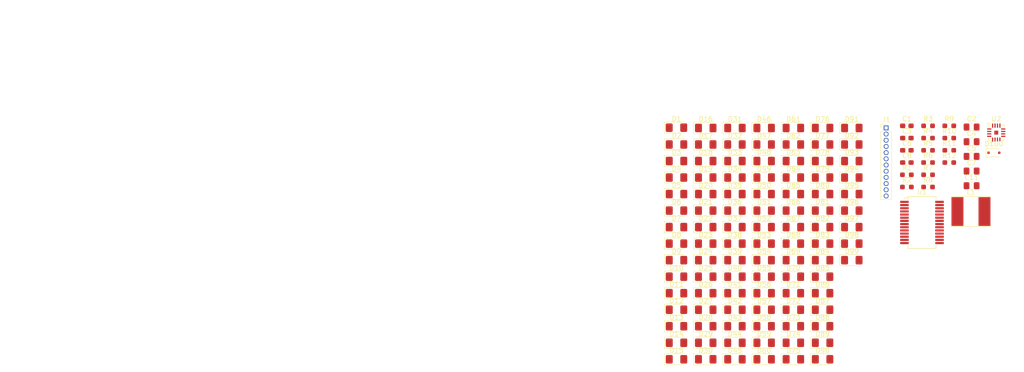
<source format=kicad_pcb>
(kicad_pcb (version 20240108) (generator "pcbnew") (generator_version "8.0")
  (layers (0 "F.Cu" signal) (31 "B.Cu" signal) (34 "B.Paste" user) (35 "F.Paste" user) (36 "B.SilkS" user "B.Silkscreen") (37 "F.SilkS" user "F.Silkscreen") (38 "B.Mask" user) (39 "F.Mask" user) (44 "Edge.Cuts" user))
  (net 0 "")
  (net 1 "GND")
  (net 2 "+BATT")
  (net 3 "Net-(U2-COMP)")
  (net 4 "Net-(U2-VLDO)")
  (net 5 "VLEDWH")
  (net 6 "Net-(U1-C_FILT)")
  (net 7 "+3.3V")
  (net 8 "CA2")
  (net 9 "CA1")
  (net 10 "CA3")
  (net 11 "CA4")
  (net 12 "CA5")
  (net 13 "CA6")
  (net 14 "CA7")
  (net 15 "CA8")
  (net 16 "CA9")
  (net 17 "CB1")
  (net 18 "CB2")
  (net 19 "CB3")
  (net 20 "CB4")
  (net 21 "CB5")
  (net 22 "CB6")
  (net 23 "CB7")
  (net 24 "CB8")
  (net 25 "CB9")
  (net 26 "Net-(D64-K)")
  (net 27 "Net-(D65-K)")
  (net 28 "Net-(D66-K)")
  (net 29 "Net-(D67-K)")
  (net 30 "Net-(D68-K)")
  (net 31 "WHLED1")
  (net 32 "Net-(D70-K)")
  (net 33 "Net-(D71-K)")
  (net 34 "Net-(D72-K)")
  (net 35 "Net-(D73-K)")
  (net 36 "Net-(D74-K)")
  (net 37 "WHLED2")
  (net 38 "Net-(D76-K)")
  (net 39 "Net-(D77-K)")
  (net 40 "Net-(D78-K)")
  (net 41 "Net-(D79-K)")
  (net 42 "Net-(D80-K)")
  (net 43 "WHLED3")
  (net 44 "Net-(D82-K)")
  (net 45 "Net-(D83-K)")
  (net 46 "Net-(D84-K)")
  (net 47 "Net-(D85-K)")
  (net 48 "Net-(D86-K)")
  (net 49 "WHLED4")
  (net 50 "Net-(D88-K)")
  (net 51 "Net-(D89-K)")
  (net 52 "Net-(D90-K)")
  (net 53 "Net-(D91-K)")
  (net 54 "Net-(D92-K)")
  (net 55 "Net-(D93-K)")
  (net 56 "Net-(D94-K)")
  (net 57 "Net-(D95-K)")
  (net 58 "Net-(D96-K)")
  (net 59 "Net-(D97-K)")
  (net 60 "WHLED5")
  (net 61 "WHLED6")
  (net 62 "Net-(D100-A)")
  (net 63 "/~{SDB}")
  (net 64 "/~{INTB}")
  (net 65 "/SDA")
  (net 67 "/SCL")
  (net 69 "/WHITE_PWM")
  (net 70 "Net-(U2-MODE{slash}FAULT)")
  (net 71 "Net-(U2-ISET)")
  (net 72 "Net-(U2-OVP)")
  (net 73 "Net-(U1-AD)")
  (net 74 "Net-(U1-IN)")
  (net 75 "Net-(U1-R_EXT)")
  (footprint "Resistor_SMD:R_0603_1608Metric_Pad0.98x0.95mm_HandSolder" (layer "F.Cu") (at 241.325 89.27)
    (property "Reference" "R8" (at 0 -1.43 0) (layer "F.SilkS"))
    (property "Value" "1M")
    (pad "1" smd roundrect (at -0.9125 0) (size 0.975 0.95) (layers "F.Cu" "F.Paste" "F.Mask") (net 73 "Net-(U1-AD)"))
    (pad "2" smd roundrect (at 0.9125 0) (size 0.975 0.95) (layers "F.Cu" "F.Paste" "F.Mask") (net 7 "+3.3V"))
  )
  (footprint "LED_SMD:LED_1206_3216Metric_Pad1.42x1.75mm_HandSolder" (layer "F.Cu") (at 195.705 107.67)
    (property "Reference" "D25" (at 0 -1.82 0) (layer "F.SilkS"))
    (property "Value" "1206MIL")
    (pad "1" smd roundrect (at -1.4875 0) (size 1.425 1.75) (layers "F.Cu" "F.Paste" "F.Mask") (roundrect_rratio 0.175439) (net 11 "CA4"))
    (pad "2" smd roundrect (at 1.4875 0) (size 1.425 1.75) (layers "F.Cu" "F.Paste" "F.Mask") (roundrect_rratio 0.175439) (net 12 "CA5"))
  )
  (footprint "LED_SMD:LED_1206_3216Metric_Pad1.42x1.75mm_HandSolder" (layer "F.Cu") (at 219.685 100.89)
    (property "Reference" "D83" (at 0 -1.82 0) (layer "F.SilkS"))
    (property "Value" "1206MIL")
    (pad "1" smd roundrect (at -1.4875 0) (size 1.425 1.75) (layers "F.Cu" "F.Paste" "F.Mask") (roundrect_rratio 0.175439) (net 45 "Net-(D83-K)"))
    (pad "2" smd roundrect (at 1.4875 0) (size 1.425 1.75) (layers "F.Cu" "F.Paste" "F.Mask") (roundrect_rratio 0.175439) (net 44 "Net-(D82-K)"))
  )
  (footprint "LED_SMD:LED_1206_3216Metric_Pad1.42x1.75mm_HandSolder" (layer "F.Cu") (at 213.69 111.06)
    (property "Reference" "D71" (at 0 -1.82 0) (layer "F.SilkS"))
    (property "Value" "1206MIL")
    (pad "1" smd roundrect (at -1.4875 0) (size 1.425 1.75) (layers "F.Cu" "F.Paste" "F.Mask") (roundrect_rratio 0.175439) (net 33 "Net-(D71-K)"))
    (pad "2" smd roundrect (at 1.4875 0) (size 1.425 1.75) (layers "F.Cu" "F.Paste" "F.Mask") (roundrect_rratio 0.175439) (net 32 "Net-(D70-K)"))
  )
  (footprint "LED_SMD:LED_1206_3216Metric_Pad1.42x1.75mm_HandSolder" (layer "F.Cu") (at 195.705 77.16)
    (property "Reference" "D16" (at 0 -1.82 0) (layer "F.SilkS"))
    (property "Value" "1206MIL")
    (pad "1" smd roundrect (at -1.4875 0) (size 1.425 1.75) (layers "F.Cu" "F.Paste" "F.Mask") (roundrect_rratio 0.175439) (net 10 "CA3"))
    (pad "2" smd roundrect (at 1.4875 0) (size 1.425 1.75) (layers "F.Cu" "F.Paste" "F.Mask") (roundrect_rratio 0.175439) (net 11 "CA4"))
  )
  (footprint "Resistor_SMD:R_0603_1608Metric_Pad0.98x0.95mm_HandSolder" (layer "F.Cu") (at 241.325 86.76)
    (property "Reference" "R7" (at 0 -1.43 0) (layer "F.SilkS"))
    (property "Value" "4k7")
    (pad "1" smd roundrect (at -0.9125 0) (size 0.975 0.95) (layers "F.Cu" "F.Paste" "F.Mask") (net 65 "/SDA"))
    (pad "2" smd roundrect (at 0.9125 0) (size 0.975 0.95) (layers "F.Cu" "F.Paste" "F.Mask") (net 7 "+3.3V"))
  )
  (footprint "Capacitor_SMD:C_0805_2012Metric_Pad1.18x1.45mm_HandSolder" (layer "F.Cu") (at 250.255 89.01)
    (property "Reference" "C11" (at 0 -1.68 0) (layer "F.SilkS"))
    (property "Value" "1uF")
    (pad "1" smd roundrect (at -1.0375 0) (size 1.175 1.45) (layers "F.Cu" "F.Paste" "F.Mask") (roundrect_rratio 0.212766) (net 7 "+3.3V"))
    (pad "2" smd roundrect (at 1.0375 0) (size 1.175 1.45) (layers "F.Cu" "F.Paste" "F.Mask") (roundrect_rratio 0.212766) (net 1 "GND"))
  )
  (footprint "LED_SMD:LED_1206_3216Metric_Pad1.42x1.75mm_HandSolder" (layer "F.Cu") (at 219.685 114.45)
    (property "Reference" "D87" (at 0 -1.82 0) (layer "F.SilkS"))
    (property "Value" "1206MIL")
    (pad "1" smd roundrect (at -1.4875 0) (size 1.425 1.75) (layers "F.Cu" "F.Paste" "F.Mask") (roundrect_rratio 0.175439) (net 49 "WHLED4"))
    (pad "2" smd roundrect (at 1.4875 0) (size 1.425 1.75) (layers "F.Cu" "F.Paste" "F.Mask") (roundrect_rratio 0.175439) (net 48 "Net-(D86-K)"))
  )
  (footprint "LED_SMD:LED_1206_3216Metric_Pad1.42x1.75mm_HandSolder" (layer "F.Cu") (at 207.695 94.11)
    (property "Reference" "D51" (at 0 -1.82 0) (layer "F.SilkS"))
    (property "Value" "1206MIL")
    (pad "1" smd roundrect (at -1.4875 0) (size 1.425 1.75) (layers "F.Cu" "F.Paste" "F.Mask") (roundrect_rratio 0.175439) (net 19 "CB3"))
    (pad "2" smd roundrect (at 1.4875 0) (size 1.425 1.75) (layers "F.Cu" "F.Paste" "F.Mask") (roundrect_rratio 0.175439) (net 25 "CB9"))
  )
  (footprint "LED_SMD:LED_1206_3216Metric_Pad1.42x1.75mm_HandSolder" (layer "F.Cu") (at 207.695 114.45)
    (property "Reference" "D57" (at 0 -1.82 0) (layer "F.SilkS"))
    (property "Value" "1206MIL")
    (pad "1" smd roundrect (at -1.4875 0) (size 1.425 1.75) (layers "F.Cu" "F.Paste" "F.Mask") (roundrect_rratio 0.175439) (net 21 "CB5"))
    (pad "2" smd roundrect (at 1.4875 0) (size 1.425 1.75) (layers "F.Cu" "F.Paste" "F.Mask") (roundrect_rratio 0.175439) (net 17 "CB1"))
  )
  (footprint "LED_SMD:LED_1206_3216Metric_Pad1.42x1.75mm_HandSolder" (layer "F.Cu") (at 201.7 121.23)
    (property "Reference" "D44" (at 0 -1.82 0) (layer "F.SilkS"))
    (property "Value" "1206MIL")
    (pad "1" smd roundrect (at -1.4875 0) (size 1.425 1.75) (layers "F.Cu" "F.Paste" "F.Mask") (roundrect_rratio 0.175439) (net 19 "CB3"))
    (pad "2" smd roundrect (at 1.4875 0) (size 1.425 1.75) (layers "F.Cu" "F.Paste" "F.Mask") (roundrect_rratio 0.175439) (net 17 "CB1"))
  )
  (footprint "Capacitor_SMD:C_0805_2012Metric_Pad1.18x1.45mm_HandSolder" (layer "F.Cu") (at 250.255 79.98)
    (property "Reference" "C4" (at 0 -1.68 0) (layer "F.SilkS"))
    (property "Value" "1uF")
    (pad "1" smd roundrect (at -1.0375 0) (size 1.175 1.45) (layers "F.Cu" "F.Paste" "F.Mask") (roundrect_rratio 0.212766) (net 4 "Net-(U2-VLDO)"))
    (pad "2" smd roundrect (at 1.0375 0) (size 1.175 1.45) (layers "F.Cu" "F.Paste" "F.Mask") (roundrect_rratio 0.212766) (net 1 "GND"))
  )
  (footprint "LED_SMD:LED_1206_3216Metric_Pad1.42x1.75mm_HandSolder" (layer "F.Cu") (at 195.705 100.89)
    (property "Reference" "D23" (at 0 -1.82 0) (layer "F.SilkS"))
    (property "Value" "1206MIL")
    (pad "1" smd roundrect (at -1.4875 0) (size 1.425 1.75) (layers "F.Cu" "F.Paste" "F.Mask") (roundrect_rratio 0.175439) (net 11 "CA4"))
    (pad "2" smd roundrect (at 1.4875 0) (size 1.425 1.75) (layers "F.Cu" "F.Paste" "F.Mask") (roundrect_rratio 0.175439) (net 8 "CA2"))
  )
  (footprint "LED_SMD:LED_1206_3216Metric_Pad1.42x1.75mm_HandSolder" (layer "F.Cu") (at 195.705 90.72)
    (property "Reference" "D20" (at 0 -1.82 0) (layer "F.SilkS"))
    (property "Value" "1206MIL")
    (pad "1" smd roundrect (at -1.4875 0) (size 1.425 1.75) (layers "F.Cu" "F.Paste" "F.Mask") (roundrect_rratio 0.175439) (net 10 "CA3"))
    (pad "2" smd roundrect (at 1.4875 0) (size 1.425 1.75) (layers "F.Cu" "F.Paste" "F.Mask") (roundrect_rratio 0.175439) (net 15 "CA8"))
  )
  (footprint "LED_SMD:LED_1206_3216Metric_Pad1.42x1.75mm_HandSolder" (layer "F.Cu") (at 225.68 90.72)
    (property "Reference" "D95" (at 0 -1.82 0) (layer "F.SilkS"))
    (property "Value" "1206MIL")
    (pad "1" smd roundrect (at -1.4875 0) (size 1.425 1.75) (layers "F.Cu" "F.Paste" "F.Mask") (roundrect_rratio 0.175439) (net 57 "Net-(D95-K)"))
    (pad "2" smd roundrect (at 1.4875 0) (size 1.425 1.75) (layers "F.Cu" "F.Paste" "F.Mask") (roundrect_rratio 0.175439) (net 55 "Net-(D93-K)"))
  )
  (footprint "LED_SMD:LED_1206_3216Metric_Pad1.42x1.75mm_HandSolder" (layer "F.Cu") (at 189.71 114.45)
    (property "Reference" "D12" (at 0 -1.82 0) (layer "F.SilkS"))
    (property "Value" "1206MIL")
    (pad "1" smd roundrect (at -1.4875 0) (size 1.425 1.75) (layers "F.Cu" "F.Paste" "F.Mask") (roundrect_rratio 0.175439) (net 8 "CA2"))
    (pad "2" smd roundrect (at 1.4875 0) (size 1.425 1.75) (layers "F.Cu" "F.Paste" "F.Mask") (roundrect_rratio 0.175439) (net 12 "CA5"))
  )
  (footprint "LED_SMD:LED_1206_3216Metric_Pad1.42x1.75mm_HandSolder" (layer "F.Cu") (at 213.69 90.72)
    (property "Reference" "D65" (at 0 -1.82 0) (layer "F.SilkS"))
    (property "Value" "1206MIL")
    (pad "1" smd roundrect (at -1.4875 0) (size 1.425 1.75) (layers "F.Cu" "F.Paste" "F.Mask") (roundrect_rratio 0.175439) (net 27 "Net-(D65-K)"))
    (pad "2" smd roundrect (at 1.4875 0) (size 1.425 1.75) (layers "F.Cu" "F.Paste" "F.Mask") (roundrect_rratio 0.175439) (net 26 "Net-(D64-K)"))
  )
  (footprint "LED_SMD:LED_1206_3216Metric_Pad1.42x1.75mm_HandSolder" (layer "F.Cu") (at 213.69 83.94)
    (property "Reference" "D63" (at 0 -1.82 0) (layer "F.SilkS"))
    (property "Value" "1206MIL")
    (pad "1" smd roundrect (at -1.4875 0) (size 1.425 1.75) (layers "F.Cu" "F.Paste" "F.Mask") (roundrect_rratio 0.175439) (net 21 "CB5"))
    (pad "2" smd roundrect (at 1.4875 0) (size 1.425 1.75) (layers "F.Cu" "F.Paste" "F.Mask") (roundrect_rratio 0.175439) (net 24 "CB8"))
  )
  (footprint "LED_SMD:LED_1206_3216Metric_Pad1.42x1.75mm_HandSolder" (layer "F.Cu") (at 189.71 100.89)
    (property "Reference" "D8" (at 0 -1.82 0) (layer "F.SilkS"))
    (property "Value" "1206MIL")
    (pad "1" smd roundrect (at -1.4875 0) (size 1.425 1.75) (layers "F.Cu" "F.Paste" "F.Mask") (roundrect_rratio 0.175439) (net 9 "CA1"))
    (pad "2" smd roundrect (at 1.4875 0) (size 1.425 1.75) (layers "F.Cu" "F.Paste" "F.Mask") (roundrect_rratio 0.175439) (net 16 "CA9"))
  )
  (footprint "LED_SMD:LED_1206_3216Metric_Pad1.42x1.75mm_HandSolder" (layer "F.Cu") (at 225.68 77.16)
    (property "Reference" "D91" (at 0 -1.82 0) (layer "F.SilkS"))
    (property "Value" "1206MIL")
    (pad "1" smd roundrect (at -1.4875 0) (size 1.425 1.75) (layers "F.Cu" "F.Paste" "F.Mask") (roundrect_rratio 0.175439) (net 53 "Net-(D91-K)"))
    (pad "2" smd roundrect (at 1.4875 0) (size 1.425 1.75) (layers "F.Cu" "F.Paste" "F.Mask") (roundrect_rratio 0.175439) (net 51 "Net-(D89-K)"))
  )
  (footprint "LED_SMD:LED_1206_3216Metric_Pad1.42x1.75mm_HandSolder" (layer "F.Cu") (at 219.685 90.72)
    (property "Reference" "D80" (at 0 -1.82 0) (layer "F.SilkS"))
    (property "Value" "1206MIL")
    (pad "1" smd roundrect (at -1.4875 0) (size 1.425 1.75) (layers "F.Cu" "F.Paste" "F.Mask") (roundrect_rratio 0.175439) (net 42 "Net-(D80-K)"))
    (pad "2" smd roundrect (at 1.4875 0) (size 1.425 1.75) (layers "F.Cu" "F.Paste" "F.Mask") (roundrect_rratio 0.175439) (net 41 "Net-(D79-K)"))
  )
  (footprint "LED_SMD:LED_1206_3216Metric_Pad1.42x1.75mm_HandSolder" (layer "F.Cu") (at 189.71 87.33)
    (property "Reference" "D4" (at 0 -1.82 0) (layer "F.SilkS"))
    (property "Value" "1206MIL")
    (pad "1" smd roundrect (at -1.4875 0) (size 1.425 1.75) (layers "F.Cu" "F.Paste" "F.Mask") (roundrect_rratio 0.175439) (net 9 "CA1"))
    (pad "2" smd roundrect (at 1.4875 0) (size 1.425 1.75) (layers "F.Cu" "F.Paste" "F.Mask") (roundrect_rratio 0.175439) (net 12 "CA5"))
  )
  (footprint "LED_SMD:LED_1206_3216Metric_Pad1.42x1.75mm_HandSolder" (layer "F.Cu") (at 225.68 100.89)
    (property "Reference" "D98" (at 0 -1.82 0) (layer "F.SilkS"))
    (property "Value" "1206MIL")
    (pad "1" smd roundrect (at -1.4875 0) (size 1.425 1.75) (layers "F.Cu" "F.Paste" "F.Mask") (roundrect_rratio 0.175439) (net 60 "WHLED5"))
    (pad "2" smd roundrect (at 1.4875 0) (size 1.425 1.75) (layers "F.Cu" "F.Paste" "F.Mask") (roundrect_rratio 0.175439) (net 58 "Net-(D96-K)"))
  )
  (footprint "Resistor_SMD:R_0603_1608Metric_Pad0.98x0.95mm_HandSolder" (layer "F.Cu") (at 245.675 81.74)
    (property "Reference" "R11" (at 0 -1.43 0) (layer "F.SilkS"))
    (property "Value" "1M")
    (pad "1" smd roundrect (at -0.9125 0) (size 0.975 0.95) (layers "F.Cu" "F.Paste" "F.Mask") (net 1 "GND"))
    (pad "2" smd roundrect (at 0.9125 0) (size 0.975 0.95) (layers "F.Cu" "F.Paste" "F.Mask") (net 74 "Net-(U1-IN)"))
  )
  (footprint "LED_SMD:LED_1206_3216Metric_Pad1.42x1.75mm_HandSolder" (layer "F.Cu") (at 195.705 83.94)
    (property "Reference" "D18" (at 0 -1.82 0) (layer "F.SilkS"))
    (property "Value" "1206MIL")
    (pad "1" smd roundrect (at -1.4875 0) (size 1.425 1.75) (layers "F.Cu" "F.Paste" "F.Mask") (roundrect_rratio 0.175439) (net 10 "CA3"))
    (pad "2" smd roundrect (at 1.4875 0) (size 1.425 1.75) (layers "F.Cu" "F.Paste" "F.Mask") (roundrect_rratio 0.175439) (net 13 "CA6"))
  )
  (footprint "Resistor_SMD:R_0603_1608Metric_Pad0.98x0.95mm_HandSolder" (layer "F.Cu") (at 245.675 84.25)
    (property "Reference" "R12" (at 0 -1.43 0) (layer "F.SilkS"))
    (property "Value" "20k")
    (pad "1" smd roundrect (at -0.9125 0) (size 0.975 0.95) (layers "F.Cu" "F.Paste" "F.Mask") (net 1 "GND"))
    (pad "2" smd roundrect (at 0.9125 0) (size 0.975 0.95) (layers "F.Cu" "F.Paste" "F.Mask") (net 75 "Net-(U1-R_EXT)"))
  )
  (footprint "LED_SMD:LED_1206_3216Metric_Pad1.42x1.75mm_HandSolder" (layer "F.Cu") (at 201.7 114.45)
    (property "Reference" "D42" (at 0 -1.82 0) (layer "F.SilkS"))
    (property "Value" "1206MIL")
    (pad "1" smd roundrect (at -1.4875 0) (size 1.425 1.75) (layers "F.Cu" "F.Paste" "F.Mask") (roundrect_rratio 0.175439) (net 18 "CB2"))
    (pad "2" smd roundrect (at 1.4875 0) (size 1.425 1.75) (layers "F.Cu" "F.Paste" "F.Mask") (roundrect_rratio 0.175439) (net 21 "CB5"))
  )
  (footprint "LED_SMD:LED_1206_3216Metric_Pad1.42x1.75mm_HandSolder" (layer "F.Cu") (at 207.695 77.16)
    (property "Reference" "D46" (at 0 -1.82 0) (layer "F.SilkS"))
    (property "Value" "1206MIL")
    (pad "1" smd roundrect (at -1.4875 0) (size 1.425 1.75) (layers "F.Cu" "F.Paste" "F.Mask") (roundrect_rratio 0.175439) (net 19 "CB3"))
    (pad "2" smd roundrect (at 1.4875 0) (size 1.425 1.75) (layers "F.Cu" "F.Paste" "F.Mask") (roundrect_rratio 0.175439) (net 20 "CB4"))
  )
  (footprint "LED_SMD:LED_1206_3216Metric_Pad1.42x1.75mm_HandSolder" (layer "F.Cu") (at 201.7 100.89)
    (property "Reference" "D38" (at 0 -1.82 0) (layer "F.SilkS"))
    (property "Value" "1206MIL")
    (pad "1" smd roundrect (at -1.4875 0) (size 1.425 1.75) (layers "F.Cu" "F.Paste" "F.Mask") (roundrect_rratio 0.175439) (net 17 "CB1"))
    (pad "2" smd roundrect (at 1.4875 0) (size 1.425 1.75) (layers "F.Cu" "F.Paste" "F.Mask") (roundrect_rratio 0.175439) (net 25 "CB9"))
  )
  (footprint "Resistor_SMD:R_0603_1608Metric_Pad0.98x0.95mm_HandSolder" (layer "F.Cu") (at 236.975 86.76)
    (property "Reference" "R1" (at 0 -1.43 0) (layer "F.SilkS"))
    (property "Value" "1M3")
    (pad "1" smd roundrect (at -0.9125 0) (size 0.975 0.95) (layers "F.Cu" "F.Paste" "F.Mask") (net 1 "GND"))
    (pad "2" smd roundrect (at 0.9125 0) (size 0.975 0.95) (layers "F.Cu" "F.Paste" "F.Mask") (net 70 "Net-(U2-MODE{slash}FAULT)"))
  )
  (footprint "LED_SMD:LED_1206_3216Metric_Pad1.42x1.75mm_HandSolder" (layer "F.Cu") (at 213.69 121.23)
    (property "Reference" "D74" (at 0 -1.82 0) (layer "F.SilkS"))
    (property "Value" "1206MIL")
    (pad "1" smd roundrect (at -1.4875 0) (size 1.425 1.75) (layers "F.Cu" "F.Paste" "F.Mask") (roundrect_rratio 0.175439) (net 36 "Net-(D74-K)"))
    (pad "2" smd roundrect (at 1.4875 0) (size 1.425 1.75) (layers "F.Cu" "F.Paste" "F.Mask") (roundrect_rratio 0.175439) (net 35 "Net-(D73-K)"))
  )
  (footprint "Resistor_SMD:R_0603_1608Metric_Pad0.98x0.95mm_HandSolder" (layer "F.Cu") (at 236.975 89.27)
    (property "Reference" "R2" (at 0 -1.43 0) (layer "F.SilkS"))
    (property "Value" "51k")
    (pad "1" smd roundrect (at -0.9125 0) (size 0.975 0.95) (layers "F.Cu" "F.Paste" "F.Mask") (net 1 "GND"))
    (pad "2" smd roundrect (at 0.9125 0) (size 0.975 0.95) (layers "F.Cu" "F.Paste" "F.Mask") (net 71 "Net-(U2-ISET)"))
  )
  (footprint "LED_SMD:LED_1206_3216Metric_Pad1.42x1.75mm_HandSolder" (layer "F.Cu") (at 189.71 117.84)
    (property "Reference" "D13" (at 0 -1.82 0) (layer "F.SilkS"))
    (property "Value" "1206MIL")
    (pad "1" smd roundrect (at -1.4875 0) (size 1.425 1.75) (layers "F.Cu" "F.Paste" "F.Mask") (roundrect_rratio 0.175439) (net 8 "CA2"))
    (pad "2" smd roundrect (at 1.4875 0) (size 1.425 1.75) (layers "F.Cu" "F.Paste" "F.Mask") (roundrect_rratio 0.175439) (net 13 "CA6"))
  )
  (footprint "LED_SMD:LED_1206_3216Metric_Pad1.42x1.75mm_HandSolder" (layer "F.Cu") (at 225.68 87.33)
    (property "Reference" "D94" (at 0 -1.82 0) (layer "F.SilkS"))
    (property "Value" "1206MIL")
    (pad "1" smd roundrect (at -1.4875 0) (size 1.425 1.75) (layers "F.Cu" "F.Paste" "F.Mask") (roundrect_rratio 0.175439) (net 56 "Net-(D94-K)"))
    (pad "2" smd roundrect (at 1.4875 0) (size 1.425 1.75) (layers "F.Cu" "F.Paste" "F.Mask") (roundrect_rratio 0.175439) (net 54 "Net-(D92-K)"))
  )
  (footprint "LED_SMD:LED_1206_3216Metric_Pad1.42x1.75mm_HandSolder" (layer "F.Cu") (at 213.69 117.84)
    (property "Reference" "D73" (at 0 -1.82 0) (layer "F.SilkS"))
    (property "Value" "1206MIL")
    (pad "1" smd roundrect (at -1.4875 0) (size 1.425 1.75) (layers "F.Cu" "F.Paste" "F.Mask") (roundrect_rratio 0.175439) (net 35 "Net-(D73-K)"))
    (pad "2" smd roundrect (at 1.4875 0) (size 1.425 1.75) (layers "F.Cu" "F.Paste" "F.Mask") (roundrect_rratio 0.175439) (net 34 "Net-(D72-K)"))
  )
  (footprint "LED_SMD:LED_1206_3216Metric_Pad1.42x1.75mm_HandSolder" (layer "F.Cu") (at 213.69 124.62)
    (property "Reference" "D75" (at 0 -1.82 0) (layer "F.SilkS"))
    (property "Value" "1206MIL")
    (pad "1" smd roundrect (at -1.4875 0) (size 1.425 1.75) (layers "F.Cu" "F.Paste" "F.Mask") (roundrect_rratio 0.175439) (net 37 "WHLED2"))
    (pad "2" smd roundrect (at 1.4875 0) (size 1.425 1.75) (layers "F.Cu" "F.Paste" "F.Mask") (roundrect_rratio 0.175439) (net 36 "Net-(D74-K)"))
  )
  (footprint "LED_SMD:LED_1206_3216Metric_Pad1.42x1.75mm_HandSolder" (layer "F.Cu") (at 195.705 111.06)
    (property "Reference" "D26" (at 0 -1.82 0) (layer "F.SilkS"))
    (property "Value" "1206MIL")
    (pad "1" smd roundrect (at -1.4875 0) (size 1.425 1.75) (layers "F.Cu" "F.Paste" "F.Mask") (roundrect_rratio 0.175439) (net 11 "CA4"))
    (pad "2" smd roundrect (at 1.4875 0) (size 1.425 1.75) (layers "F.Cu" "F.Paste" "F.Mask") (roundrect_rratio 0.175439) (net 13 "CA6"))
  )
  (footprint "LED_SMD:LED_1206_3216Metric_Pad1.42x1.75mm_HandSolder" (layer "F.Cu") (at 195.705 87.33)
    (property "Reference" "D19" (at 0 -1.82 0) (layer "F.SilkS"))
    (property "Value" "1206MIL")
    (pad "1" smd roundrect (at -1.4875 0) (size 1.425 1.75) (layers "F.Cu" "F.Paste" "F.Mask") (roundrect_rratio 0.175439) (net 10 "CA3"))
    (pad "2" smd roundrect (at 1.4875 0) (size 1.425 1.75) (layers "F.Cu" "F.Paste" "F.Mask") (roundrect_rratio 0.175439) (net 14 "CA7"))
  )
  (footprint "LED_SMD:LED_1206_3216Metric_Pad1.42x1.75mm_HandSolder" (layer "F.Cu") (at 189.71 107.67)
    (property "Reference" "D10" (at 0 -1.82 0) (layer "F.SilkS"))
    (property "Value" "1206MIL")
    (pad "1" smd roundrect (at -1.4875 0) (size 1.425 1.75) (layers "F.Cu" "F.Paste" "F.Mask") (roundrect_rratio 0.175439) (net 8 "CA2"))
    (pad "2" smd roundrect (at 1.4875 0) (size 1.425 1.75) (layers "F.Cu" "F.Paste" "F.Mask") (roundrect_rratio 0.175439) (net 10 "CA3"))
  )
  (footprint "LED_SMD:LED_1206_3216Metric_Pad1.42x1.75mm_HandSolder" (layer "F.Cu") (at 219.685 83.94)
    (property "Reference" "D78" (at 0 -1.82 0) (layer "F.SilkS"))
    (property "Value" "1206MIL")
    (pad "1" smd roundrect (at -1.4875 0) (size 1.425 1.75) (layers "F.Cu" "F.Paste" "F.Mask") (roundrect_rratio 0.175439) (net 40 "Net-(D78-K)"))
    (pad "2" smd roundrect (at 1.4875 0) (size 1.425 1.75) (layers "F.Cu" "F.Paste" "F.Mask") (roundrect_rratio 0.175439) (net 39 "Net-(D77-K)"))
  )
  (footprint "LED_SMD:LED_1206_3216Metric_Pad1.42x1.75mm_HandSolder" (layer "F.Cu") (at 219.685 80.55)
    (property "Reference" "D77" (at 0 -1.82 0) (layer "F.SilkS"))
    (property "Value" "1206MIL")
    (pad "1" smd roundrect (at -1.4875 0) (size 1.425 1.75) (layers "F.Cu" "F.Paste" "F.Mask") (roundrect_rratio 0.175439) (net 39 "Net-(D77-K)"))
    (pad "2" smd roundrect (at 1.4875 0) (size 1.425 1.75) (layers "F.Cu" "F.Paste" "F.Mask") (roundrect_rratio 0.175439) (net 38 "Net-(D76-K)"))
  )
  (footprint "LED_SMD:LED_1206_3216Metric_Pad1.42x1.75mm_HandSolder" (layer "F.Cu") (at 201.7 87.33)
    (property "Reference" "D34" (at 0 -1.82 0) (layer "F.SilkS"))
    (property "Value" "1206MIL")
    (pad "1" smd roundrect (at -1.4875 0) (size 1.425 1.75) (layers "F.Cu" "F.Paste" "F.Mask") (roundrect_rratio 0.175439) (net 17 "CB1"))
    (pad "2" smd roundrect (at 1.4875 0) (size 1.425 1.75) (layers "F.Cu" "F.Paste" "F.Mask") (roundrect_rratio 0.175439) (net 21 "CB5"))
  )
  (footprint "LED_SMD:LED_1206_3216Metric_Pad1.42x1.75mm_HandSolder" (layer "F.Cu") (at 213.69 114.45)
    (property "Reference" "D72" (at 0 -1.82 0) (layer "F.SilkS"))
    (property "Value" "1206MIL")
    (pad "1" smd roundrect (at -1.4875 0) (size 1.425 1.75) (layers "F.Cu" "F.Paste" "F.Mask") (roundrect_rratio 0.175439) (net 34 "Net-(D72-K)"))
    (pad "2" smd roundrect (at 1.4875 0) (size 1.425 1.75) (layers "F.Cu" "F.Paste" "F.Mask") (roundrect_rratio 0.175439) (net 33 "Net-(D71-K)"))
  )
  (footprint "LED_SMD:LED_1206_3216Metric_Pad1.42x1.75mm_HandSolder" (layer "F.Cu") (at 195.705 117.84)
    (property "Reference" "D28" (at 0 -1.82 0) (layer "F.SilkS"))
    (property "Value" "1206MIL")
    (pad "1" smd roundrect (at -1.4875 0) (size 1.425 1.75) (layers "F.Cu" "F.Paste" "F.Mask") (roundrect_rratio 0.175439) (net 12 "CA5"))
    (pad "2" smd roundrect (at 1.4875 0) (size 1.425 1.75) (layers "F.Cu" "F.Paste" "F.Mask") (roundrect_rratio 0.175439) (net 8 "CA2"))
  )
  (footprint "LED_SMD:LED_1206_3216Metric_Pad1.42x1.75mm_HandSolder" (layer "F.Cu") (at 207.695 111.06)
    (property "Reference" "D56" (at 0 -1.82 0) (layer "F.SilkS"))
    (property "Value" "1206MIL")
    (pad "1" smd roundrect (at -1.4875 0) (size 1.425 1.75) (layers "F.Cu" "F.Paste" "F.Mask") (roundrect_rratio 0.175439) (net 20 "CB4"))
    (pad "2" smd roundrect (at 1.4875 0) (size 1.425 1.75) (layers "F.Cu" "F.Paste" "F.Mask") (roundrect_rratio 0.175439) (net 22 "CB6"))
  )
  (footprint "LED_SMD:LED_1206_3216Metric_Pad1.42x1.75mm_HandSolder" (layer "F.Cu") (at 207.695 83.94)
    (property "Reference" "D48" (at 0 -1.82 0) (layer "F.SilkS"))
    (property "Value" "1206MIL")
    (pad "1" smd roundrect (at -1.4875 0) (size 1.425 1.75) (layers "F.Cu" "F.Paste" "F.Mask") (roundrect_rratio 0.175439) (net 19 "CB3"))
    (pad "2" smd roundrect (at 1.4875 0) (size 1.425 1.75) (layers "F.Cu" "F.Paste" "F.Mask") (roundrect_rratio 0.175439) (net 22 "CB6"))
  )
  (footprint "Capacitor_SMD:C_0805_2012Metric_Pad1.18x1.45mm_HandSolder" (layer "F.Cu") (at 250.255 82.99)
    (property "Reference" "C5" (at 0 -1.68 0) (layer "F.SilkS"))
    (property "Value" "10uF")
    (pad "1" smd roundrect (at -1.0375 0) (size 1.175 1.45) (layers "F.Cu" "F.Paste" "F.Mask") (roundrect_rratio 0.212766) (net 5 "VLEDWH"))
    (pad "2" smd roundrect (at 1.0375 0) (size 1.175 1.45) (layers "F.Cu" "F.Paste" "F.Mask") (roundrect_rratio 0.212766) (net 1 "GND"))
  )
  (footprint "LED_SMD:LED_1206_3216Metric_Pad1.42x1.75mm_HandSolder" (layer "F.Cu") (at 201.7 97.5)
    (property "Reference" "D37" (at 0 -1.82 0) (layer "F.SilkS"))
    (property "Value" "1206MIL")
    (pad "1" smd roundrect (at -1.4875 0) (size 1.425 1.75) (layers "F.Cu" "F.Paste" "F.Mask") (roundrect_rratio 0.175439) (net 17 "CB1"))
    (pad "2" smd roundrect (at 1.4875 0) (size 1.425 1.75) (layers "F.Cu" "F.Paste" "F.Mask") (roundrect_rratio 0.175439) (net 24 "CB8"))
  )
  (footprint "LED_SMD:LED_1206_3216Metric_Pad1.42x1.75mm_HandSolder" (layer "F.Cu") (at 213.69 77.16)
    (property "Reference" "D61" (at 0 -1.82 0) (layer "F.SilkS"))
    (property "Value" "1206MIL")
    (pad "1" smd roundrect (at -1.4875 0) (size 1.425 1.75) (layers "F.Cu" "F.Paste" "F.Mask") (roundrect_rratio 0.175439) (net 21 "CB5"))
    (pad "2" smd roundrect (at 1.4875 0) (size 1.425 1.75) (layers "F.Cu" "F.Paste" "F.Mask") (roundrect_rratio 0.175439) (net 22 "CB6"))
  )
  (footprint "LED_SMD:LED_1206_3216Metric_Pad1.42x1.75mm_HandSolder" (layer "F.Cu") (at 219.685 124.62)
    (property "Reference" "D90" (at 0 -1.82 0) (layer "F.SilkS"))
    (property "Value" "1206MIL")
    (pad "1" smd roundrect (at -1.4875 0) (size 1.425 1.75) (layers "F.Cu" "F.Paste" "F.Mask") (roundrect_rratio 0.175439) (net 52 "Net-(D90-K)"))
    (pad "2" smd roundrect (at 1.4875 0) (size 1.425 1.75) (layers "F.Cu" "F.Paste" "F.Mask") (roundrect_rratio 0.175439) (net 50 "Net-(D88-K)"))
  )
  (footprint "LED_SMD:LED_1206_3216Metric_Pad1.42x1.75mm_HandSolder" (layer "F.Cu") (at 225.68 80.55)
    (property "Reference" "D92" (at 0 -1.82 0) (layer "F.SilkS"))
    (property "Value" "1206MIL")
    (pad "1" smd roundrect (at -1.4875 0) (size 1.425 1.75) (layers "F.Cu" "F.Paste" "F.Mask") (roundrect_rratio 0.175439) (net 54 "Net-(D92-K)"))
    (pad "2" smd roundrect (at 1.4875 0) (size 1.425 1.75) (layers "F.Cu" "F.Paste" "F.Mask") (roundrect_rratio 0.175439) (net 52 "Net-(D90-K)"))
  )
  (footprint "Connector_PinHeader_1.27mm:PinHeader_1x12_P1.27mm_Vertical" (layer "F.Cu") (at 232.725 77.14)
    (property "Reference" "J1" (at 0 -1.695 0) (layer "F.SilkS"))
    (property "Value" "Conn_01x12_Pin")
    (pad "1" thru_hole rect (at 0 0) (size 1 1) (drill 0.65) (layers "*.Cu" "*.Mask") (net 2 "+BATT"))
    (pad "2" thru_hole oval (at 0 1.27) (size 1 1) (drill 0.65) (layers "*.Cu" "*.Mask") (net 1 "GND"))
    (pad "3" thru_hole oval (at 0 2.54) (size 1 1) (drill 0.65) (layers "*.Cu" "*.Mask") (net 7 "+3.3V"))
    (pad "4" thru_hole oval (at 0 3.81) (size 1 1) (drill 0.65) (layers "*.Cu" "*.Mask") (net 1 "GND"))
    (pad "5" thru_hole oval (at 0 5.08) (size 1 1) (drill 0.65) (layers "*.Cu" "*.Mask") (net 65 "/SDA"))
    (pad "6" thru_hole oval (at 0 6.35) (size 1 1) (drill 0.65) (layers "*.Cu" "*.Mask") (net 67 "/SCL"))
    (pad "7" thru_hole oval (at 0 7.62) (size 1 1) (drill 0.65) (layers "*.Cu" "*.Mask") (net 63 "/~{SDB}"))
    (pad "8" thru_hole oval (at 0 8.89) (size 1 1) (drill 0.65) (layers "*.Cu" "*.Mask") (net 64 "/~{INTB}"))
    (pad "9" thru_hole oval (at 0 10.16) (size 1 1) (drill 0.65) (layers "*.Cu" "*.Mask") (net 69 "/WHITE_PWM"))
    (pad "10" thru_hole oval (at 0 11.43) (size 1 1) (drill 0.65) (layers "*.Cu" "*.Mask"))
    (pad "11" thru_hole oval (at 0 12.7) (size 1 1) (drill 0.65) (layers "*.Cu" "*.Mask"))
    (pad "12" thru_hole oval (at 0 13.97) (size 1 1) (drill 0.65) (layers "*.Cu" "*.Mask") (net 1 "GND"))
  )
  (footprint "LED_SMD:LED_1206_3216Metric_Pad1.42x1.75mm_HandSolder" (layer "F.Cu") (at 207.695 90.72)
    (property "Reference" "D50" (at 0 -1.82 0) (layer "F.SilkS"))
    (property "Value" "1206MIL")
    (pad "1" smd roundrect (at -1.4875 0) (size 1.425 1.75) (layers "F.Cu" "F.Paste" "F.Mask") (roundrect_rratio 0.175439) (net 19 "CB3"))
    (pad "2" smd roundrect (at 1.4875 0) (size 1.425 1.75) (layers "F.Cu" "F.Paste" "F.Mask") (roundrect_rratio 0.175439) (net 24 "CB8"))
  )
  (footprint "LED_SMD:LED_1206_3216Metric_Pad1.42x1.75mm_HandSolder" (layer "F.Cu") (at 195.705 114.45)
    (property "Reference" "D27" (at 0 -1.82 0) (layer "F.SilkS"))
    (property "Value" "1206MIL")
    (pad "1" smd roundrect (at -1.4875 0) (size 1.425 1.75) (layers "F.Cu" "F.Paste" "F.Mask") (roundrect_rratio 0.175439) (net 12 "CA5"))
    (pad "2" smd roundrect (at 1.4875 0) (size 1.425 1.75) (layers "F.Cu" "F.Paste" "F.Mask") (roundrect_rratio 0.175439) (net 9 "CA1"))
  )
  (footprint "LED_SMD:LED_1206_3216Metric_Pad1.42x1.75mm_HandSolder" (layer "F.Cu") (at 201.7 83.94)
    (property "Reference" "D33" (at 0 -1.82 0) (layer "F.SilkS"))
    (property "Value" "1206MIL")
    (pad "1" smd roundrect (at -1.4875 0) (size 1.425 1.75) (layers "F.Cu" "F.Paste" "F.Mask") (roundrect_rratio 0.175439) (net 17 "CB1"))
    (pad "2" smd roundrect (at 1.4875 0) (size 1.425 1.75) (layers "F.Cu" "F.Paste" "F.Mask") (roundrect_rratio 0.175439) (net 20 "CB4"))
  )
  (footprint "LED_SMD:LED_1206_3216Metric_Pad1.42x1.75mm_HandSolder" (layer "F.Cu") (at 213.69 80.55)
    (property "Reference" "D62" (at 0 -1.82 0) (layer "F.SilkS"))
    (property "Value" "1206MIL")
    (pad "1" smd roundrect (at -1.4875 0) (size 1.425 1.75) (layers "F.Cu" "F.Paste" "F.Mask") (roundrect_rratio 0.175439) (net 21 "CB5"))
    (pad "2" smd roundrect (at 1.4875 0) (size 1.425 1.75) (layers "F.Cu" "F.Paste" "F.Mask") (roundrect_rratio 0.175439) (net 23 "CB7"))
  )
  (footprint "LED_SMD:LED_1206_3216Metric_Pad1.42x1.75mm_HandSolder" (layer "F.Cu") (at 189.71 83.94)
    (property "Reference" "D3" (at 0 -1.82 0) (layer "F.SilkS"))
    (property "Value" "1206MIL")
    (pad "1" smd roundrect (at -1.4875 0) (size 1.425 1.75) (layers "F.Cu" "F.Paste" "F.Mask") (roundrect_rratio 0.175439) (net 9 "CA1"))
    (pad "2" smd roundrect (at 1.4875 0) (size 1.425 1.75) (layers "F.Cu" "F.Paste" "F.Mask") (roundrect_rratio 0.175439) (net 11 "CA4"))
  )
  (footprint "LED_SMD:LED_1206_3216Metric_Pad1.42x1.75mm_HandSolder" (layer "F.Cu") (at 189.71 121.23)
    (property "Reference" "D14" (at 0 -1.82 0) (layer "F.SilkS"))
    (property "Value" "1206MIL")
    (pad "1" smd roundrect (at -1.4875 0) (size 1.425 1.75) (layers "F.Cu" "F.Paste" "F.Mask") (roundrect_rratio 0.175439) (net 10 "CA3"))
    (pad "2" smd roundrect (at 1.4875 0) (size 1.425 1.75) (layers "F.Cu" "F.Paste" "F.Mask") (roundrect_rratio 0.175439) (net 9 "CA1"))
  )
  (footprint "LED_SMD:LED_1206_3216Metric_Pad1.42x1.75mm_HandSolder" (layer "F.Cu") (at 225.68 83.94)
    (property "Reference" "D93" (at 0 -1.82 0) (layer "F.SilkS"))
    (property "Value" "1206MIL")
    (pad "1" smd roundrect (at -1.4875 0) (size 1.425 1.75) (layers "F.Cu" "F.Paste" "F.Mask") (roundrect_rratio 0.175439) (net 55 "Net-(D93-K)"))
    (pad "2" smd roundrect (at 1.4875 0) (size 1.425 1.75) (layers "F.Cu" "F.Paste" "F.Mask") (roundrect_rratio 0.175439) (net 53 "Net-(D91-K)"))
  )
  (footprint "LED_SMD:LED_1206_3216Metric_Pad1.42x1.75mm_HandSolder" (layer "F.Cu") (at 201.7 117.84)
    (property "Reference" "D43" (at 0 -1.82 0) (layer "F.SilkS"))
    (property "Value" "1206MIL")
    (pad "1" smd roundrect (at -1.4875 0) (size 1.425 1.75) (layers "F.Cu" "F.Paste" "F.Mask") (roundrect_rratio 0.175439) (net 18 "CB2"))
    (pad "2" smd roundrect (at 1.4875 0) (size 1.425 1.75) (layers "F.Cu" "F.Paste" "F.Mask") (roundrect_rratio 0.175439) (net 22 "CB6"))
  )
  (footprint "Resistor_SMD:R_0603_1608Metric_Pad0.98x0.95mm_HandSolder" (layer "F.Cu") (at 241.325 76.72)
    (property "Reference" "R3" (at 0 -1.43 0) (layer "F.SilkS"))
    (property "Value" "1M")
    (pad "1" smd roundrect (at -0.9125 0) (size 0.975 0.95) (layers "F.Cu" "F.Paste" "F.Mask") (net 72 "Net-(U2-OVP)"))
    (pad "2" smd roundrect (at 0.9125 0) (size 0.975 0.95) (layers "F.Cu" "F.Paste" "F.Mask") (net 5 "VLEDWH"))
  )
  (footprint "LED_SMD:LED_1206_3216Metric_Pad1.42x1.75mm_HandSolder" (layer "F.Cu") (at 207.695 107.67)
    (property "Reference" "D55" (at 0 -1.82 0) (layer "F.SilkS"))
    (property "Value" "1206MIL")
    (pad "1" smd roundrect (at -1.4875 0) (size 1.425 1.75) (layers "F.Cu" "F.Paste" "F.Mask") (roundrect_rratio 0.175439) (net 20 "CB4"))
    (pad "2" smd roundrect (at 1.4875 0) (size 1.425 1.75) (layers "F.Cu" "F.Paste" "F.Mask") (roundrect_rratio 0.175439) (net 21 "CB5"))
  )
  (footprint "LED_SMD:LED_1206_3216Metric_Pad1.42x1.75mm_HandSolder" (layer "F.Cu") (at 201.7 107.67)
    (property "Reference" "D40" (at 0 -1.82 0) (layer "F.SilkS"))
    (property "Value" "1206MIL")
    (pad "1" smd roundrect (at -1.4875 0) (size 1.425 1.75) (layers "F.Cu" "F.Paste" "F.Mask") (roundrect_rratio 0.175439) (net 18 "CB2"))
    (pad "2" smd roundrect (at 1.4875 0) (size 1.425 1.75) (layers "F.Cu" "F.Paste" "F.Mask") (roundrect_rratio 0.175439) (net 19 "CB3"))
  )
  (footprint "LED_SMD:LED_1206_3216Metric_Pad1.42x1.75mm_HandSolder" (layer "F.Cu") (at 213.69 107.67)
    (property "Reference" "D70" (at 0 -1.82 0) (layer "F.SilkS"))
    (property "Value" "1206MIL")
    (pad "1" smd roundrect (at -1.4875 0) (size 1.425 1.75) (layers "F.Cu" "F.Paste" "F.Mask") (roundrect_rratio 0.175439) (net 32 "Net-(D70-K)"))
    (pad "2" smd roundrect (at 1.4875 0) (size 1.425 1.75) (layers "F.Cu" "F.Paste" "F.Mask") (roundrect_rratio 0.175439) (net 5 "VLEDWH"))
  )
  (footprint "LED_SMD:LED_1206_3216Metric_Pad1.42x1.75mm_HandSolder" (layer "F.Cu") (at 219.685 87.33)
    (property "Reference" "D79" (at 0 -1.82 0) (layer "F.SilkS"))
    (property "Value" "1206MIL")
    (pad "1" smd roundrect (at -1.4875 0) (size 1.425 1.75) (layers "F.Cu" "F.Paste" "F.Mask") (roundrect_rratio 0.175439) (net 41 "Net-(D79-K)"))
    (pad "2" smd roundrect (at 1.4875 0) (size 1.425 1.75) (layers "F.Cu" "F.Paste" "F.Mask") (roundrect_rratio 0.175439) (net 40 "Net-(D78-K)"))
  )
  (footprint "LED_SMD:LED_1206_3216Metric_Pad1.42x1.75mm_HandSolder" (layer "F.Cu") (at 189.71 90.72)
    (property "Reference" "D5" (at 0 -1.82 0) (layer "F.SilkS"))
    (property "Value" "1206MIL")
    (pad "1" smd roundrect (at -1.4875 0) (size 1.425 1.75) (layers "F.Cu" "F.Paste" "F.Mask") (roundrect_rratio 0.175439) (net 9 "CA1"))
    (pad "2" smd roundrect (at 1.4875 0) (size 1.425 1.75) (layers "F.Cu" "F.Paste" "F.Mask") (roundrect_rratio 0.175439) (net 13 "CA6"))
  )
  (footprint "LED_SMD:LED_1206_3216Metric_Pad1.42x1.75mm_HandSolder" (layer "F.Cu") (at 207.695 80.55)
    (property "Reference" "D47" (at 0 -1.82 0) (layer "F.SilkS"))
    (property "Value" "1206MIL")
    (pad "1" smd roundrect (at -1.4875 0) (size 1.425 1.75) (layers "F.Cu" "F.Paste" "F.Mask") (roundrect_rratio 0.175439) (net 19 "CB3"))
    (pad "2" smd roundrect (at 1.4875 0) (size 1.425 1.75) (layers "F.Cu" "F.Paste" "F.Mask") (roundrect_rratio 0.175439) (net 21 "CB5"))
  )
  (footprint "Capacitor_SMD:C_0603_1608Metric_Pad1.08x0.95mm_HandSolder" (layer "F.Cu") (at 236.975 81.74)
    (property "Reference" "C6" (at 0 -1.43 0) (layer "F.SilkS"))
    (property "Value" "100nF")
    (pad "1" smd roundrect (at -0.8625 0) (size 1.075 0.95) (layers "F.Cu" "F.Paste" "F.Mask") (net 6 "Net-(U1-C_FILT)"))
    (pad "2" smd roundrect (at 0.8625 0) (size 1.075 0.95) (layers "F.Cu" "F.Paste" "F.Mask") (net 1 "GND"))
  )
  (footprint "LED_SMD:LED_1206_3216Metric_Pad1.42x1.75mm_HandSolder" (layer "F.Cu") (at 213.69 94.11)
    (property "Reference" "D66" (at 0 -1.82 0) (layer "F.SilkS"))
    (property "Value" "1206MIL")
    (pad "1" smd roundrect (at -1.4875 0) (size 1.425 1.75) (layers "F.Cu" "F.Paste" "F.Mask") (roundrect_rratio 0.175439) (net 28 "Net-(D66-K)"))
    (pad "2" smd roundrect (at 1.4875 0) (size 1.425 1.75) (layers "F.Cu" "F.Paste" "F.Mask") (roundrect_rratio 0.175439) (net 27 "Net-(D65-K)"))
  )
  (footprint "LED_SMD:LED_1206_3216Metric_Pad1.42x1.75mm_HandSolder" (layer "F.Cu") (at 195.705 124.62)
    (property "Reference" "D30" (at 0 -1.82 0) (layer "F.SilkS"))
    (property "Value" "1206MIL")
    (pad "1" smd roundrect (at -1.4875 0) (size 1.425 1.75) (layers "F.Cu" "F.Paste" "F.Mask") (roundrect_rratio 0.175439) (net 12 "CA5"))
    (pad "2" smd roundrect (at 1.4875 0) (size 1.425 1.75) (layers "F.Cu" "F.Paste" "F.Mask") (roundrect_rratio 0.175439) (net 11 "CA4"))
  )
  (footprint "LED_SMD:LED_1206_3216Metric_Pad1.42x1.75mm_HandSolder" (layer "F.Cu") (at 219.685 121.23)
    (property "Reference" "D89" (at 0 -1.82 0) (layer "F.SilkS"))
    (property "Value" "1206MIL")
    (pad "1" smd roundrect (at -1.4875 0) (size 1.425 1.75) (layers "F.Cu" "F.Paste" "F.Mask") (roundrect_rratio 0.175439) (net 51 "Net-(D89-K)"))
    (pad "2" smd roundrect (at 1.4875 0) (size 1.425 1.75) (layers "F.Cu" "F.Paste" "F.Mask") (roundrect_rratio 0.175439) (net 5 "VLEDWH"))
  )
  (footprint "Capacitor_SMD:C_0805_2012Metric_Pad1.18x1.45mm_HandSolder" (layer "F.Cu") (at 250.255 76.97)
    (property "Reference" "C2" (at 0 -1.68 0) (layer "F.SilkS"))
    (property "Value" "10uF")
    (pad "1" smd roundrect (at -1.0375 0) (size 1.175 1.45) (layers "F.Cu" "F.Paste" "F.Mask") (roundrect_rratio 0.212766) (net 2 "+BATT"))
    (pad "2" smd roundrect (at 1.0375 0) (size 1.175 1.45) (layers "F.Cu" "F.Paste" "F.Mask") (roundrect_rratio 0.212766) (net 1 "GND"))
  )
  (footprint "Resistor_SMD:R_0603_1608Metric_Pad0.98x0.95mm_HandSolder" (layer "F.Cu") (at 241.325 81.74)
    (property "Reference" "R5" (at 0 -1.43 0) (layer "F.SilkS"))
    (property "Value" "1M")
    (pad "1" smd roundrect (at -0.9125 0) (size 0.975 0.95) (layers "F.Cu" "F.Paste" "F.Mask") (net 64 "/~{INTB}"))
    (pad "2" smd roundrect (at 0.9125 0) (size 0.975 0.95) (layers "F.Cu" "F.Paste" "F.Mask") (net 7 "+3.3V"))
  )
  (footprint "LED_SMD:LED_1206_3216Metric_Pad1.42x1.75mm_HandSolder" (layer "F.Cu") (at 195.705 97.5)
    (property "Reference" "D22" (at 0 -1.82 0) (layer "F.SilkS"))
    (property "Value" "1206MIL")
    (pad "1" smd roundrect (at -1.4875 0) (size 1.425 1.75) (layers "F.Cu" "F.Paste" "F.Mask") (roundrect_rratio 0.175439) (net 11 "CA4"))
    (pad "2" smd roundrect (at 1.4875 0) (size 1.425 1.75) (layers "F.Cu" "F.Paste" "F.Mask") (roundrect_rratio 0.175439) (net 9 "CA1"))
  )
  (footprint "LED_SMD:LED_1206_3216Metric_Pad1.42x1.75mm_HandSolder" (layer "F.Cu") (at 207.695 124.62)
    (property "Reference" "D60" (at 0 -1.82 0) (layer "F.SilkS"))
    (property "Value" "1206MIL")
    (pad "1" smd roundrect (at -1.4875 0) (size 1.425 1.75) (layers "F.Cu" "F.Paste" "F.Mask") (roundrect_rratio 0.175439) (net 21 "CB5"))
    (pad "2" smd roundrect (at 1.4875 0) (size 1.425 1.75) (layers "F.Cu" "F.Paste" "F.Mask") (roundrect_rratio 0.175439) (net 20 "CB4"))
  )
  (footprint "LED_SMD:LED_1206_3216Metric_Pad1.42x1.75mm_HandSolder" (layer "F.Cu") (at 219.685 107.67)
    (property "Reference" "D85" (at 0 -1.82 0) (layer "F.SilkS"))
    (property "Value" "1206MIL")
    (pad "1" smd roundrect (at -1.4875 0) (size 1.425 1.75) (layers "F.Cu" "F.Paste" "F.Mask") (roundrect_rratio 0.175439) (net 47 "Net-(D85-K)"))
    (pad "2" smd roundrect (at 1.4875 0) (size 1.425 1.75) (layers "F.Cu" "F.Paste" "F.Mask") (roundrect_rratio 0.175439) (net 46 "Net-(D84-K)"))
  )
  (footprint "Resistor_SMD:R_0603_1608Metric_Pad0.98x0.95mm_HandSolder" (layer "F.Cu") (at 245.675 79.23)
    (property "Reference" "R10" (at 0 -1.43 0) (layer "F.SilkS"))
    (property "Value" "1M")
    (pad "1" smd roundrect (at -0.9125 0) (size 0.975 0.95) (layers "F.Cu" "F.Paste" "F.Mask") (net 1 "GND"))
    (pad "2" smd roundrect (at 0.9125 0) (size 0.975 0.95) (layers "F.Cu" "F.Paste" "F.Mask") (net 73 "Net-(U1-AD)"))
  )
  (footprint "LED_SMD:LED_1206_3216Metric_Pad1.42x1.75mm_HandSolder" (layer "F.Cu") (at 219.685 94.11)
    (property "Reference" "D81" (at 0 -1.82 0) (layer "F.SilkS"))
    (property "Value" "1206MIL")
    (pad "1" smd roundrect (at -1.4875 0) (size 1.425 1.75) (layers "F.Cu" "F.Paste" "F.Mask") (roundrect_rratio 0.175439) (net 43 "WHLED3"))
    (pad "2" smd roundrect (at 1.4875 0) (size 1.425 1.75) (layers "F.Cu" "F.Paste" "F.Mask") (roundrect_rratio 0.175439) (net 42 "Net-(D80-K)"))
  )
  (footprint "Inductor_SMD:L_Taiyo-Yuden_NR-60xx_HandSoldering" (layer "F.Cu") (at 250.125 94.3)
    (property "Reference" "L1" (at 0 -4 0) (layer "F.SilkS"))
    (property "Value" "4.7uH")
    (pad "1" smd rect (at -2.775 0) (size 2.45 5.9) (layers "F.Cu" "F.Paste" "F.Mask") (net 2 "+BATT"))
    (pad "2" smd rect (at 2.775 0) (size 2.45 5.9) (layers "F.Cu" "F.Paste" "F.Mask") (net 62 "Net-(D100-A)"))
  )
  (footprint "LED_SMD:LED_1206_3216Metric_Pad1.42x1.75mm_HandSolder" (layer "F.Cu") (at 195.705 80.55)
    (property "Reference" "D17" (at 0 -1.82 0) (layer "F.SilkS"))
    (property "Value" "1206MIL")
    (pad "1" smd roundrect (at -1.4875 0) (size 1.425 1.75) (layers "F.Cu" "F.Paste" "F.Mask") (roundrect_rratio 0.175439) (net 10 "CA3"))
    (pad "2" smd roundrect (at 1.4875 0) (size 1.425 1.75) (layers "F.Cu" "F.Paste" "F.Mask") (roundrect_rratio 0.175439) (net 12 "CA5"))
  )
  (footprint "LED_SMD:LED_1206_3216Metric_Pad1.42x1.75mm_HandSolder" (layer "F.Cu") (at 189.71 94.11)
    (property "Reference" "D6" (at 0 -1.82 0) (layer "F.SilkS"))
    (property "Value" "1206MIL")
    (pad "1" smd roundrect (at -1.4875 0) (size 1.425 1.75) (layers "F.Cu" "F.Paste" "F.Mask") (roundrect_rratio 0.175439) (net 9 "CA1"))
    (pad "2" smd roundrect (at 1.4875 0) (size 1.425 1.75) (layers "F.Cu" "F.Paste" "F.Mask") (roundrect_rratio 0.175439) (net 14 "CA7"))
  )
  (footprint "LED_SMD:LED_1206_3216Metric_Pad1.42x1.75mm_HandSolder" (layer "F.Cu") (at 219.685 117.84)
    (property "Reference" "D88" (at 0 -1.82 0) (layer "F.SilkS"))
    (property "Value" "1206MIL")
    (pad "1" smd roundrect (at -1.4875 0) (size 1.425 1.75) (layers "F.Cu" "F.Paste" "F.Mask") (roundrect_rratio 0.175439) (net 50 "Net-(D88-K)"))
    (pad "2" smd roundrect (at 1.4875 0) (size 1.425 1.75) (layers "F.Cu" "F.Paste" "F.Mask") (roundrect_rratio 0.175439) (net 5 "VLEDWH"))
  )
  (footprint "LED_SMD:LED_1206_3216Metric_Pad1.42x1.75mm_HandSolder" (layer "F.Cu") (at 219.685 97.5)
    (property "Reference" "D82" (at 0 -1.82 0) (layer "F.SilkS"))
    (property "Value" "1206MIL")
    (pad "1" smd roundrect (at -1.4875 0) (size 1.425 1.75) (layers "F.Cu" "F.Paste" "F.Mask") (roundrect_rratio 0.175439) (net 44 "Net-(D82-K)"))
    (pad "2" smd roundrect (at 1.4875 0) (size 1.425 1.75) (layers "F.Cu" "F.Paste" "F.Mask") (roundrect_rratio 0.175439) (net 5 "VLEDWH"))
  )
  (footprint "LED_SMD:LED_1206_3216Metric_Pad1.42x1.75mm_HandSolder" (layer "F.Cu") (at 189.71 80.55)
    (property "Reference" "D2" (at 0 -1.82 0) (layer "F.SilkS"))
    (property "Value" "1206MIL")
    (pad "1" smd roundrect (at -1.4875 0) (size 1.425 1.75) (layers "F.Cu" "F.Paste" "F.Mask") (roundrect_rratio 0.175439) (net 9 "CA1"))
    (pad "2" smd roundrect (at 1.4875 0) (size 1.425 1.75) (layers "F.Cu" "F.Paste" "F.Mask") (roundrect_rratio 0.175439) (net 10 "CA3"))
  )
  (footprint "LED_SMD:LED_1206_3216Metric_Pad1.42x1.75mm_HandSolder" (layer "F.Cu") (at 189.71 97.5)
    (property "Reference" "D7" (at 0 -1.82 0) (layer "F.SilkS"))
    (property "Value" "1206MIL")
    (pad "1" smd roundrect (at -1.4875 0) (size 1.425 1.75) (layers "F.Cu" "F.Paste" "F.Mask") (roundrect_rratio 0.175439) (net 9 "CA1"))
    (pad "2" smd roundrect (at 1.4875 0) (size 1.425 1.75) (layers "F.Cu" "F.Paste" "F.Mask") (roundrect_rratio 0.175439) (net 15 "CA8"))
  )
  (footprint "Diode_SMD:D_SOD-323F" (layer "F.Cu") (at 254.83 82.25)
    (property "Reference" "D100" (at 0 -1.85 0) (layer "F.SilkS"))
    (property "Value" "PMEG4010CEJ")
    (pad "1" smd roundrect (at -1.1 0) (size 0.5 0.5) (layers "F.Cu" "F.Paste" "F.Mask") (net 5 "VLEDWH"))
    (pad "2" smd roundrect (at 1.1 0) (size 0.5 0.5) (layers "F.Cu" "F.Paste" "F.Mask") (net 62 "Net-(D100-A)"))
  )
  (footprint "LED_SMD:LED_1206_3216Metric_Pad1.42x1.75mm_HandSolder" (layer "F.Cu") (at 207.695 117.84)
    (property "Reference" "D58" (at 0 -1.82 0) (layer "F.SilkS"))
    (property "Value" "1206MIL")
    (pad "1" smd roundrect (at -1.4875 0) (size 1.425 1.75) (layers "F.Cu" "F.Paste" "F.Mask") (roundrect_rratio 0.175439) (net 21 "CB5"))
    (pad "2" smd roundrect (at 1.4875 0) (size 1.425 1.75) (layers "F.Cu" "F.Paste" "F.Mask") (roundrect_rratio 0.175439) (net 18 "CB2"))
  )
  (footprint "Package_DFN_QFN:Texas_RTE0016D_WQFN-16-1EP_3x3mm_P0.5mm_EP0.8x0.8mm" (layer "F.Cu") (at 255.315 78.12)
    (property "Reference" "U2" (at 0 -2.83 0) (layer "F.SilkS"))
    (property "Value" "TPS61176RTER")
    (pad "1" smd roundrect (at -1.4375 -0.75) (size 0.875 0.25) (layers "F.Cu" "F.Paste" "F.Mask") (net 69 "/WHITE_PWM"))
    (pad "2" smd roundrect (at -1.4375 -0.25) (size 0.875 0.25) (layers "F.Cu" "F.Paste" "F.Mask") (net 4 "Net-(U2-VLDO)"))
    (pad "3" smd roundrect (at -1.4375 0.25) (size 0.875 0.25) (layers "F.Cu" "F.Paste" "F.Mask") (net 71 "Net-(U2-ISET)"))
    (pad "4" smd roundrect (at -1.4375 0.75) (size 0.875 0.25) (layers "F.Cu" "F.Paste" "F.Mask") (net 3 "Net-(U2-COMP)"))
    (pad "5" smd roundrect (at -0.75 1.4375) (size 0.25 0.875) (layers "F.Cu" "F.Paste" "F.Mask") (net 61 "WHLED6"))
    (pad "6" smd roundrect (at -0.25 1.4375) (size 0.25 0.875) (layers "F.Cu" "F.Paste" "F.Mask") (net 60 "WHLED5"))
    (pad "7" smd roundrect (at 0.25 1.4375) (size 0.25 0.875) (layers "F.Cu" "F.Paste" "F.Mask") (net 49 "WHLED4"))
    (pad "8" smd roundrect (at 0.75 1.4375) (size 0.25 0.875) (layers "F.Cu" "F.Paste" "F.Mask") (net 1 "GND"))
    (pad "9" smd roundrect (at 1.4375 0.75) (size 0.875 0.25) (layers "F.Cu" "F.Paste" "F.Mask") (net 43 "WHLED3"))
    (pad "10" smd roundrect (at 1.4375 0.25) (size 0.875 0.25) (layers "F.Cu" "F.Paste" "F.Mask") (net 37 "WHLED2"))
    (pad "11" smd roundrect (at 1.4375 -0.25) (size 0.875 0.25) (layers "F.Cu" "F.Paste" "F.Mask") (net 31 "WHLED1"))
    (pad "12" smd roundrect (at 1.4375 -0.75) (size 0.875 0.25) (layers "F.Cu" "F.Paste" "F.Mask") (net 72 "Net-(U2-OVP)"))
    (pad "13" smd roundrect (at 0.75 -1.4375) (size 0.25 0.875) (layers "F.Cu" "F.Paste" "F.Mask") (net 1 "GND"))
    (pad "14" smd roundrect (at 0.25 -1.4375) (size 0.25 0.875) (layers "F.Cu" "F.Paste" "F.Mask") (net 62 "Net-(D100-A)"))
    (pad "15" smd roundrect (at -0.25 -1.4375) (size 0.25 0.875) (layers "F.Cu" "F.Paste" "F.Mask") (net 7 "+3.3V"))
    (pad "16" smd roundrect (at -0.75 -1.4375) (size 0.25 0.875) (layers "F.Cu" "F.Paste" "F.Mask") (net 70 "Net-(U2-MODE{slash}FAULT)"))
    (pad "17" smd rect (at 0 0) (size 0.8 0.8) (property pad_prop_heatsink) (layers "F.Cu" "F.Mask"))
  )
  (footprint "LED_SMD:LED_1206_3216Metric_Pad1.42x1.75mm_HandSolder" (layer "F.Cu") (at 189.71 111.06)
    (property "Reference" "D11" (at 0 -1.82 0) (layer "F.SilkS"))
    (property "Value" "1206MIL")
    (pad "1" smd roundrect (at -1.4875 0) (size 1.425 1.75) (layers "F.Cu" "F.Paste" "F.Mask") (roundrect_rratio 0.175439) (net 8 "CA2"))
    (pad "2" smd roundrect (at 1.4875 0) (size 1.425 1.75) (layers "F.Cu" "F.Paste" "F.Mask") (roundrect_rratio 0.175439) (net 11 "CA4"))
  )
  (footprint "LED_SMD:LED_1206_3216Metric_Pad1.42x1.75mm_HandSolder" (layer "F.Cu") (at 213.69 104.28)
    (property "Reference" "D69" (at 0 -1.82 0) (layer "F.SilkS"))
    (property "Value" "1206MIL")
    (pad "1" smd roundrect (at -1.4875 0) (size 1.425 1.75) (layers "F.Cu" "F.Paste" "F.Mask") (roundrect_rratio 0.175439) (net 31 "WHLED1"))
    (pad "2" smd roundrect (at 1.4875 0) (size 1.425 1.75) (layers "F.Cu" "F.Paste" "F.Mask") (roundrect_rratio 0.175439) (net 30 "Net-(D68-K)"))
  )
  (footprint "LED_SMD:LED_1206_3216Metric_Pad1.42x1.75mm_HandSolder" (layer "F.Cu") (at 201.7 94.11)
    (property "Reference" "D36" (at 0 -1.82 0) (layer "F.SilkS"))
    (property "Value" "1206MIL")
    (pad "1" smd roundrect (at -1.4875 0) (size 1.425 1.75) (layers "F.Cu" "F.Paste" "F.Mask") (roundrect_rratio 0.175439) (net 17 "CB1"))
    (pad "2" smd roundrect (at 1.4875 0) (size 1.425 1.75) (layers "F.Cu" "F.Paste" "F.Mask") (roundrect_rratio 0.175439) (net 23 "CB7"))
  )
  (footprint "LED_SMD:LED_1206_3216Metric_Pad1.42x1.75mm_HandSolder" (layer "F.Cu") (at 189.7 77.1)
    (property "Reference" "D1" (at 0 -1.82 0) (layer "F.SilkS"))
    (property "Value" "1206MIL")
    (pad "1" smd roundrect (at -1.4875 0) (size 1.425 1.75) (layers "F.Cu" "F.Paste" "F.Mask") (roundrect_rratio 0.175439) (net 9 "CA1"))
    (pad "2" smd roundrect (at 1.4875 0) (size 1.425 1.75) (layers "F.Cu" "F.Paste" "F.Mask") (roundrect_rratio 0.175439) (net 8 "CA2"))
  )
  (footprint "Resistor_SMD:R_0603_1608Metric_Pad0.98x0.95mm_HandSolder" (layer "F.Cu") (at 241.325 79.23)
    (property "Reference" "R4" (at 0 -1.43 0) (layer "F.SilkS"))
    (property "Value" "83k3")
    (pad "1" smd roundrect (at -0.9125 0) (size 0.975 0.95) (layers "F.Cu" "F.Paste" "F.Mask") (net 1 "GND"))
    (pad "2" smd roundrect (at 0.9125 0) (size 0.975 0.95) (layers "F.Cu" "F.Paste" "F.Mask") (net 72 "Net-(U2-OVP)"))
  )
  (footprint "LED_SMD:LED_1206_3216Metric_Pad1.42x1.75mm_HandSolder" (layer "F.Cu") (at 195.705 104.28)
    (property "Reference" "D24" (at 0 -1.82 0) (layer "F.SilkS"))
    (property "Value" "1206MIL")
    (pad "1" smd roundrect (at -1.4875 0) (size 1.425 1.75) (layers "F.Cu" "F.Paste" "F.Mask") (roundrect_rratio 0.175439) (net 11 "CA4"))
    (pad "2" smd roundrect (at 1.4875 0) (size 1.425 1.75) (layers "F.Cu" "F.Paste" "F.Mask") (roundrect_rratio 0.175439) (net 10 "CA3"))
  )
  (footprint "LED_SMD:LED_1206_3216Metric_Pad1.42x1.75mm_HandSolder" (layer "F.Cu") (at 189.71 124.62)
    (property "Reference" "D15" (at 0 -1.82 0) (layer "F.SilkS"))
    (property "Value" "1206MIL")
    (pad "1" smd roundrect (at -1.4875 0) (size 1.425 1.75) (layers "F.Cu" "F.Paste" "F.Mask") (roundrect_rratio 0.175439) (net 10 "CA3"))
    (pad "2" smd roundrect (at 1.4875 0) (size 1.425 1.75) (layers "F.Cu" "F.Paste" "F.Mask") (roundrect_rratio 0.175439) (net 8 "CA2"))
  )
  (footprint "LED_SMD:LED_1206_3216Metric_Pad1.42x1.75mm_HandSolder" (layer "F.Cu") (at 207.695 104.28)
    (property "Reference" "D54" (at 0 -1.82 0) (layer "F.SilkS"))
    (property "Value" "1206MIL")
    (pad "1" smd roundrect (at -1.4875 0) (size 1.425 1.75) (layers "F.Cu" "F.Paste" "F.Mask") (roundrect_rratio 0.175439) (net 20 "CB4"))
    (pad "2" smd roundrect (at 1.4875 0) (size 1.425 1.75) (layers "F.Cu" "F.Paste" "F.Mask") (roundrect_rratio 0.175439) (net 19 "CB3"))
  )
  (footprint "LED_SMD:LED_1206_3216Metric_Pad1.42x1.75mm_HandSolder" (layer "F.Cu") (at 213.69 100.89)
    (property "Reference" "D68" (at 0 -1.82 0) (layer "F.SilkS"))
    (property "Value" "1206MIL")
    (pad "1" smd roundrect (at -1.4875 0) (size 1.425 1.75) (layers "F.Cu" "F.Paste" "F.Mask") (roundrect_rratio 0.175439) (net 30 "Net-(D68-K)"))
    (pad "2" smd roundrect (at 1.4875 0) (size 1.425 1.75) (layers "F.Cu" "F.Paste" "F.Mask") (roundrect_rratio 0.175439) (net 29 "Net-(D67-K)"))
  )
  (footprint "LED_SMD:LED_1206_3216Metric_Pad1.42x1.75mm_HandSolder" (layer "F.Cu") (at 225.68 104.28)
    (property "Reference" "D99" (at 0 -1.82 0) (layer "F.SilkS"))
    (property "Value" "1206MIL")
    (pad "1" smd roundrect (at -1.4875 0) (size 1.425 1.75) (layers "F.Cu" "F.Paste" "F.Mask") (roundrect_rratio 0.175439) (net 61 "WHLED6"))
    (pad "2" smd roundrect (at 1.4875 0) (size 1.425 1.75) (layers "F.Cu" "F.Paste" "F.Mask") (roundrect_rratio 0.175439) (net 59 "Net-(D97-K)"))
  )
  (footprint "LED_SMD:LED_1206_3216Metric_Pad1.42x1.75mm_HandSolder" (layer "F.Cu") (at 189.71 104.28)
    (property "Reference" "D9" (at 0 -1.82 0) (layer "F.SilkS"))
    (property "Value" "1206MIL")
    (pad "1" smd roundrect (at -1.4875 0) (size 1.425 1.75) (layers "F.Cu" "F.Paste" "F.Mask") (roundrect_rratio 0.175439) (net 8 "CA2"))
    (pad "2" smd roundrect (at 1.4875 0) (size 1.425 1.75) (layers "F.Cu" "F.Paste" "F.Mask") (roundrect_rratio 0.175439) (net 9 "CA1"))
  )
  (footprint "Package_SO:SSOP-28_5.3x10.2mm_P0.65mm" (layer "F.Cu") (at 240.075 96.55)
    (property "Reference" "U1" (at 0 -6.25 0) (layer "F.SilkS"))
    (property "Value" "IS31FL3731-SA")
    (pad "1" smd rect (at -3.6 -4.225) (size 1.75 0.45) (layers "F.Cu" "F.Paste" "F.Mask") (net 16 "CA9"))
    (pad "2" smd rect (at -3.6 -3.575) (size 1.75 0.45) (layers "F.Cu" "F.Paste" "F.Mask") (net 2 "+BATT"))
    (pad "3" smd rect (at -3.6 -2.925) (size 1.75 0.45) (layers "F.Cu" "F.Paste" "F.Mask") (net 63 "/~{SDB}"))
    (pad "4" smd rect (at -3.6 -2.275) (size 1.75 0.45) (layers "F.Cu" "F.Paste" "F.Mask") (net 64 "/~{INTB}"))
    (pad "5" smd rect (at -3.6 -1.625) (size 1.75 0.45) (layers "F.Cu" "F.Paste" "F.Mask") (net 1 "GND"))
    (pad "6" smd rect (at -3.6 -0.975) (size 1.75 0.45) (layers "F.Cu" "F.Paste" "F.Mask") (net 75 "Net-(U1-R_EXT)"))
    (pad "7" smd rect (at -3.6 -0.325) (size 1.75 0.45) (layers "F.Cu" "F.Paste" "F.Mask") (net 17 "CB1"))
    (pad "8" smd rect (at -3.6 0.325) (size 1.75 0.45) (layers "F.Cu" "F.Paste" "F.Mask") (net 18 "CB2"))
    (pad "9" smd rect (at -3.6 0.975) (size 1.75 0.45) (layers "F.Cu" "F.Paste" "F.Mask") (net 19 "CB3"))
    (pad "10" smd rect (at -3.6 1.625) (size 1.75 0.45) (layers "F.Cu" "F.Paste" "F.Mask") (net 20 "CB4"))
    (pad "11" smd rect (at -3.6 2.275) (size 1.75 0.45) (layers "F.Cu" "F.Paste" "F.Mask") (net 21 "CB5"))
    (pad "12" smd rect (at -3.6 2.925) (size 1.75 0.45) (layers "F.Cu" "F.Paste" "F.Mask") (net 22 "CB6"))
    (pad "13" smd rect (at -3.6 3.575) (size 1.75 0.45) (layers "F.Cu" "F.Paste" "F.Mask") (net 23 "CB7"))
    (pad "14" smd rect (at -3.6 4.225) (size 1.75 0.45) (layers "F.Cu" "F.Paste" "F.Mask") (net 24 "CB8"))
    (pad "15" smd rect (at 3.6 4.225) (size 1.75 0.45) (layers "F.Cu" "F.Paste" "F.Mask") (net 25 "CB9"))
    (pad "16" smd rect (at 3.6 3.575) (size 1.75 0.45) (layers "F.Cu" "F.Paste" "F.Mask") (net 6 "Net-(U1-C_FILT)"))
    (pad "17" smd rect (at 3.6 2.925) (size 1.75 0.45) (layers "F.Cu" "F.Paste" "F.Mask") (net 74 "Net-(U1-IN)"))
    (pad "18" smd rect (at 3.6 2.275) (size 1.75 0.45) (layers "F.Cu" "F.Paste" "F.Mask") (net 73 "Net-(U1-AD)"))
    (pad "19" smd rect (at 3.6 1.625) (size 1.75 0.45) (layers "F.Cu" "F.Paste" "F.Mask") (net 65 "/SDA"))
    (pad "20" smd rect (at 3.6 0.975) (size 1.75 0.45) (layers "F.Cu" "F.Paste" "F.Mask") (net 67 "/SCL"))
    (pad "21" smd rect (at 3.6 0.325) (size 1.75 0.45) (layers "F.Cu" "F.Paste" "F.Mask") (net 9 "CA1"))
    (pad "22" smd rect (at 3.6 -0.325) (size 1.75 0.45) (layers "F.Cu" "F.Paste" "F.Mask") (net 8 "CA2"))
    (pad "23" smd rect (at 3.6 -0.975) (size 1.75 0.45) (layers "F.Cu" "F.Paste" "F.Mask") (net 10 "CA3"))
    (pad "24" smd rect (at 3.6 -1.625) (size 1.75 0.45) (layers "F.Cu" "F.Paste" "F.Mask") (net 11 "CA4"))
    (pad "25" smd rect (at 3.6 -2.275) (size 1.75 0.45) (layers "F.Cu" "F.Paste" "F.Mask") (net 12 "CA5"))
    (pad "26" smd rect (at 3.6 -2.925) (size 1.75 0.45) (layers "F.Cu" "F.Paste" "F.Mask") (net 13 "CA6"))
    (pad "27" smd rect (at 3.6 -3.575) (size 1.75 0.45) (layers "F.Cu" "F.Paste" "F.Mask") (net 14 "CA7"))
    (pad "28" smd rect (at 3.6 -4.225) (size 1.75 0.45) (layers "F.Cu" "F.Paste" "F.Mask") (net 15 "CA8"))
  )
  (footprint "LED_SMD:LED_1206_3216Metric_Pad1.42x1.75mm_HandSolder" (layer "F.Cu") (at 201.7 80.55)
    (property "Reference" "D32" (at 0 -1.82 0) (layer "F.SilkS"))
    (property "Value" "1206MIL")
    (pad "1" smd roundrect (at -1.4875 0) (size 1.425 1.75) (layers "F.Cu" "F.Paste" "F.Mask") (roundrect_rratio 0.175439) (net 17 "CB1"))
    (pad "2" smd roundrect (at 1.4875 0) (size 1.425 1.75) (layers "F.Cu" "F.Paste" "F.Mask") (roundrect_rratio 0.175439) (net 19 "CB3"))
  )
  (footprint "LED_SMD:LED_1206_3216Metric_Pad1.42x1.75mm_HandSolder" (layer "F.Cu") (at 201.7 124.62)
    (property "Reference" "D45" (at 0 -1.82 0) (layer "F.SilkS"))
    (property "Value" "1206MIL")
    (pad "1" smd roundrect (at -1.4875 0) (size 1.425 1.75) (layers "F.Cu" "F.Paste" "F.Mask") (roundrect_rratio 0.175439) (net 19 "CB3"))
    (pad "2" smd roundrect (at 1.4875 0) (size 1.425 1.75) (layers "F.Cu" "F.Paste" "F.Mask") (roundrect_rratio 0.175439) (net 18 "CB2"))
  )
  (footprint "LED_SMD:LED_1206_3216Metric_Pad1.42x1.75mm_HandSolder" (layer "F.Cu") (at 213.69 87.33)
    (property "Reference" "D64" (at 0 -1.82 0) (layer "F.SilkS"))
    (property "Value" "1206MIL")
    (pad "1" smd roundrect (at -1.4875 0) (size 1.425 1.75) (layers "F.Cu" "F.Paste" "F.Mask") (roundrect_rratio 0.175439) (net 26 "Net-(D64-K)"))
    (pad "2" smd roundrect (at 1.4875 0) (size 1.425 1.75) (layers "F.Cu" "F.Paste" "F.Mask") (roundrect_rratio 0.175439) (net 5 "VLEDWH"))
  )
  (footprint "Capacitor_SMD:C_0603_1608Metric_Pad1.08x0.95mm_HandSolder" (layer "F.Cu") (at 236.975 84.25)
    (property "Reference" "C8" (at 0 -1.43 0) (layer "F.SilkS"))
    (property "Value" "100nF")
    (pad "1" smd roundrect (at -0.8625 0) (size 1.075 0.95) (layers "F.Cu" "F.Paste" "F.Mask") (net 2 "+BATT"))
    (pad "2" smd roundrect (at 0.8625 0) (size 1.075 0.95) (layers "F.Cu" "F.Paste" "F.Mask") (net 1 "GND"))
  )
  (footprint "LED_SMD:LED_1206_3216Metric_Pad1.42x1.75mm_HandSolder" (layer "F.Cu") (at 201.7 90.72)
    (property "Reference" "D35" (at 0 -1.82 0) (layer "F.SilkS"))
    (property "Value" "1206MIL")
    (pad "1" smd roundrect (at -1.4875 0) (size 1.425 1.75) (layers "F.Cu" "F.Paste" "F.Mask") (roundrect_rratio 0.175439) (net 17 "CB1"))
    (pad "2" smd roundrect (at 1.4875 0) (size 1.425 1.75) (layers "F.Cu" "F.Paste" "F.Mask") (roundrect_rratio 0.175439) (net 22 "CB6"))
  )
  (footprint "LED_SMD:LED_1206_3216Metric_Pad1.42x1.75mm_HandSolder" (layer "F.Cu") (at 207.695 100.89)
    (property "Reference" "D53" (at 0 -1.82 0) (layer "F.SilkS"))
    (property "Value" "1206MIL")
    (pad "1" smd roundrect (at -1.4875 0) (size 1.425 1.75) (layers "F.Cu" "F.Paste" "F.Mask") (roundrect_rratio 0.175439) (net 20 "CB4"))
    (pad "2" smd roundrect (at 1.4875 0) (size 1.425 1.75) (layers "F.Cu" "F.Paste" "F.Mask") (roundrect_rratio 0.175439) (net 18 "CB2"))
  )
  (footprint "LED_SMD:LED_1206_3216Metric_Pad1.42x1.75mm_HandSolder" (layer "F.Cu") (at 225.68 94.11)
    (property "Reference" "D96" (at 0 -1.82 0) (layer "F.SilkS"))
    (property "Value" "1206MIL")
    (pad "1" smd roundrect (at -1.4875 0) (size 1.425 1.75) (layers "F.Cu" "F.Paste" "F.Mask") (roundrect_rratio 0.175439) (net 58 "Net-(D96-K)"))
    (pad "2" smd roundrect (at 1.4875 0) (size 1.425 1.75) (layers "F.Cu" "F.Paste" "F.Mask") (roundrect_rratio 0.175439) (net 56 "Net-(D94-K)"))
  )
  (footprint "Resistor_SMD:R_0603_1608Metric_Pad0.98x0.95mm_HandSolder" (layer "F.Cu") (at 241.325 84.25)
    (property "Reference" "R6" (at 0 -1.43 0) (layer "F.SilkS"))
    (property "Value" "4k7")
    (pad "1" smd roundrect (at -0.9125 0) (size 0.975 0.95) (layers "F.Cu" "F.Paste" "F.Mask") (net 67 "/SCL"))
    (pad "2" smd roundrect (at 0.9125 0) (size 0.975 0.95) (layers "F.Cu" "F.Paste" "F.Mask") (net 7 "+3.3V"))
  )
  (footprint "Resistor_SMD:R_0603_1608Metric_Pad0.98x0.95mm_HandSolder" (layer "F.Cu") (at 245.675 76.72)
    (property "Reference" "R9" (at 0 -1.43 0) (layer "F.SilkS"))
    (property "Value" "1M")
    (pad "1" smd roundrect (at -0.9125 0) (size 0.975 0.95) (layers "F.Cu" "F.Paste" "F.Mask") (net 1 "GND"))
    (pad "2" smd roundrect (at 0.9125 0) (size 0.975 0.95) (layers "F.Cu" "F.Paste" "F.Mask") (net 63 "/~{SDB}"))
  )
  (footprint "LED_SMD:LED_1206_3216Metric_Pad1.42x1.75mm_HandSolder" (layer "F.Cu") (at 207.695 97.5)
    (property "Reference" "D52" (at 0 -1.82 0) (layer "F.SilkS"))
    (property "Value" "1206MIL")
    (pad "1" smd roundrect (at -1.4875 0) (size 1.425 1.75) (layers "F.Cu" "F.Paste" "F.Mask") (roundrect_rratio 0.175439) (net 20 "CB4"))
    (pad "2" smd roundrect (at 1.4875 0) (size 1.425 1.75) (layers "F.Cu" "F.Paste" "F.Mask") (roundrect_rratio 0.175439) (net 17 "CB1"))
  )
  (footprint "Capacitor_SMD:C_0805_2012Metric_Pad1.18x1.45mm_HandSolder" (layer "F.Cu") (at 250.255 86)
    (property "Reference" "C7" (at 0 -1.68 0) (layer "F.SilkS"))
    (property "Value" "10uF")
    (pad "1" smd roundrect (at -1.0375 0) (size 1.175 1.45) (layers "F.Cu" "F.Paste" "F.Mask") (roundrect_rratio 0.212766) (net 2 "+BATT"))
    (pad "2" smd roundrect (at 1.0375 0) (size 1.175 1.45) (layers "F.Cu" "F.Paste" "F.Mask") (roundrect_rratio 0.212766) (net 1 "GND"))
  )
  (footprint "LED_SMD:LED_1206_3216Metric_Pad1.42x1.75mm_HandSolder" (layer "F.Cu") (at 201.7 104.28)
    (property "Reference" "D39" (at 0 -1.82 0) (layer "F.SilkS"))
    (property "Value" "1206MIL")
    (pad "1" smd roundrect (at -1.4875 0) (size 1.425 1.75) (layers "F.Cu" "F.Paste" "F.Mask") (roundrect_rratio 0.175439) (net 18 "CB2"))
    (pad "2" smd roundrect (at 1.4875 0) (size 1.425 1.75) (layers "F.Cu" "F.Paste" "F.Mask") (roundrect_rratio 0.175439) (net 17 "CB1"))
  )
  (footprint "LED_SMD:LED_1206_3216Metric_Pad1.42x1.75mm_HandSolder" (layer "F.Cu") (at 201.7 111.06)
    (property "Reference" "D41" (at 0 -1.82 0) (layer "F.SilkS"))
    (property "Value" "1206MIL")
    (pad "1" smd roundrect (at -1.4875 0) (size 1.425 1.75) (layers "F.Cu" "F.Paste" "F.Mask") (roundrect_rratio 0.175439) (net 18 "CB2"))
    (pad "2" smd roundrect (at 1.4875 0) (size 1.425 1.75) (layers "F.Cu" "F.Paste" "F.Mask") (roundrect_rratio 0.175439) (net 20 "CB4"))
  )
  (footprint "LED_SMD:LED_1206_3216Metric_Pad1.42x1.75mm_HandSolder" (layer "F.Cu") (at 213.69 97.5)
    (property "Reference" "D67" (at 0 -1.82 0) (layer "F.SilkS"))
    (property "Value" "1206MIL")
    (pad "1" smd roundrect (at -1.4875 0) (size 1.425 1.75) (layers "F.Cu" "F.Paste" "F.Mask") (roundrect_rratio 0.175439) (net 29 "Net-(D67-K)"))
    (pad "2" smd roundrect (at 1.4875 0) (size 1.425 1.75) (layers "F.Cu" "F.Paste" "F.Mask") (roundrect_rratio 0.175439) (net 28 "Net-(D66-K)"))
  )
  (footprint "LED_SMD:LED_1206_3216Metric_Pad1.42x1.75mm_HandSolder" (layer "F.Cu") (at 207.695 121.23)
    (property "Reference" "D59" (at 0 -1.82 0) (layer "F.SilkS"))
    (property "Value" "1206MIL")
    (pad "1" smd roundrect (at -1.4875 0) (size 1.425 1.75) (layers "F.Cu" "F.Paste" "F.Mask") (roundrect_rratio 0.175439) (net 21 "CB5"))
    (pad "2" smd roundrect (at 1.4875 0) (size 1.425 1.75) (layers "F.Cu" "F.Paste" "F.Mask") (roundrect_rratio 0.175439) (net 19 "CB3"))
  )
  (footprint "LED_SMD:LED_1206_3216Metric_Pad1.42x1.75mm_HandSolder" (layer "F.Cu") (at 219.685 111.06)
    (property "Reference" "D86" (at 0 -1.82 0) (layer "F.SilkS"))
    (property "Value" "1206MIL")
    (pad "1" smd roundrect (at -1.4875 0) (size 1.425 1.75) (layers "F.Cu" "F.Paste" "F.Mask") (roundrect_rratio 0.175439) (net 48 "Net-(D86-K)"))
    (pad "2" smd roundrect (at 1.4875 0) (size 1.425 1.75) (layers "F.Cu" "F.Paste" "F.Mask") (roundrect_rratio 0.175439) (net 47 "Net-(D85-K)"))
  )
  (footprint "LED_SMD:LED_1206_3216Metric_Pad1.42x1.75mm_HandSolder" (layer "F.Cu") (at 195.705 121.23)
    (property "Reference" "D29" (at 0 -1.82 0) (layer "F.SilkS"))
    (property "Value" "1206MIL")
    (pad "1" smd roundrect (at -1.4875 0) (size 1.425 1.75) (layers "F.Cu" "F.Paste" "F.Mask") (roundrect_rratio 0.175439) (net 12 "CA5"))
    (pad "2" smd roundrect (at 1.4875 0) (size 1.425 1.75) (layers "F.Cu" "F.Paste" "F.Mask") (roundrect_rratio 0.175439) (net 10 "CA3"))
  )
  (footprint "LED_SMD:LED_1206_3216Metric_Pad1.42x1.75mm_HandSolder" (layer "F.Cu") (at 225.68 97.5)
    (property "Reference" "D97" (at 0 -1.82 0) (layer "F.SilkS"))
    (property "Value" "1206MIL")
    (pad "1" smd roundrect (at -1.4875 0) (size 1.425 1.75) (layers "F.Cu" "F.Paste" "F.Mask") (roundrect_rratio 0.175439) (net 59 "Net-(D97-K)"))
    (pad "2" smd roundrect (at 1.4875 0) (size 1.425 1.75) (layers "F.Cu" "F.Paste" "F.Mask") (roundrect_rratio 0.175439) (net 57 "Net-(D95-K)"))
  )
  (footprint "LED_SMD:LED_1206_3216Metric_Pad1.42x1.75mm_HandSolder" (layer "F.Cu") (at 219.685 77.16)
    (property "Reference" "D76" (at 0 -1.82 0) (layer "F.SilkS"))
    (property "Value" "1206MIL")
    (pad "1" smd roundrect (at -1.4875 0) (size 1.425 1.75) (layers "F.Cu" "F.Paste" "F.Mask") (roundrect_rratio 0.175439) (net 38 "Net-(D76-K)"))
    (pad "2" smd roundrect (at 1.4875 0) (size 1.425 1.75) (layers "F.Cu" "F.Paste" "F.Mask") (roundrect_rratio 0.175439) (net 5 "VLEDWH"))
  )
  (footprint "LED_SMD:LED_1206_3216Metric_Pad1.42x1.75mm_HandSolder" (layer "F.Cu") (at 195.705 94.11)
    (property "Reference" "D21" (at 0 -1.82 0) (layer "F.SilkS"))
    (property "Value" "1206MIL")
    (pad "1" smd roundrect (at -1.4875 0) (size 1.425 1.75) (layers "F.Cu" "F.Paste" "F.Mask") (roundrect_rratio 0.175439) (net 10 "CA3"))
    (pad "2" smd roundrect (at 1.4875 0) (size 1.425 1.75) (layers "F.Cu" "F.Paste" "F.Mask") (roundrect_rratio 0.175439) (net 16 "CA9"))
  )
  (footprint "LED_SMD:LED_1206_3216Metric_Pad1.42x1.75mm_HandSolder" (layer "F.Cu") (at 219.685 104.28)
    (property "Reference" "D84" (at 0 -1.82 0) (layer "F.SilkS"))
    (property "Value" "1206MIL")
    (pad "1" smd roundrect (at -1.4875 0) (size 1.425 1.75) (layers "F.Cu" "F.Paste" "F.Mask") (roundrect_rratio 0.175439) (net 46 "Net-(D84-K)"))
    (pad "2" smd roundrect (at 1.4875 0) (size 1.425 1.75) (layers "F.Cu" "F.Paste" "F.Mask") (roundrect_rratio 0.175439) (net 45 "Net-(D83-K)"))
  )
  (footprint "LED_SMD:LED_1206_3216Metric_Pad1.42x1.75mm_HandSolder" (layer "F.Cu") (at 201.7 77.16)
    (property "Reference" "D31" (at 0 -1.82 0) (layer "F.SilkS"))
    (property "Value" "1206MIL")
    (pad "1" smd roundrect (at -1.4875 0) (size 1.425 1.75) (layers "F.Cu" "F.Paste" "F.Mask") (roundrect_rratio 0.175439) (net 17 "CB1"))
    (pad "2" smd roundrect (at 1.4875 0) (size 1.425 1.75) (layers "F.Cu" "F.Paste" "F.Mask") (roundrect_rratio 0.175439) (net 18 "CB2"))
  )
  (footprint "Capacitor_SMD:C_0603_1608Metric_Pad1.08x0.95mm_HandSolder" (layer "F.Cu") (at 236.975 76.72)
    (property "Reference" "C1" (at 0 -1.43 0) (layer "F.SilkS"))
    (property "Value" "100nF")
    (pad "1" smd roundrect (at -0.8625 0) (size 1.075 0.95) (layers "F.Cu" "F.Paste" "F.Mask") (net 2 "+BATT"))
    (pad "2" smd roundrect (at 0.8625 0) (size 1.075 0.95) (layers "F.Cu" "F.Paste" "F.Mask") (net 1 "GND"))
  )
  (footprint "Capacitor_SMD:C_0603_1608Metric_Pad1.08x0.95mm_HandSolder" (layer "F.Cu") (at 236.975 79.23)
    (property "Reference" "C3" (at 0 -1.43 0) (layer "F.SilkS"))
    (property "Value" "470nF")
    (pad "1" smd roundrect (at -0.8625 0) (size 1.075 0.95) (layers "F.Cu" "F.Paste" "F.Mask") (net 3 "Net-(U2-COMP)"))
    (pad "2" smd roundrect (at 0.8625 0) (size 1.075 0.95) (layers "F.Cu" "F.Paste" "F.Mask") (net 1 "GND"))
  )
  (footprint "LED_SMD:LED_1206_3216Metric_Pad1.42x1.75mm_HandSolder" (layer "F.Cu") (at 207.695 87.33)
    (property "Reference" "D49" (at 0 -1.82 0) (layer "F.SilkS"))
    (property "Value" "1206MIL")
    (pad "1" smd roundrect (at -1.4875 0) (size 1.425 1.75) (layers "F.Cu" "F.Paste" "F.Mask") (roundrect_rratio 0.175439) (net 19 "CB3"))
    (pad "2" smd roundrect (at 1.4875 0) (size 1.425 1.75) (layers "F.Cu" "F.Paste" "F.Mask") (roundrect_rratio 0.175439) (net 23 "CB7"))
  )
)
</source>
